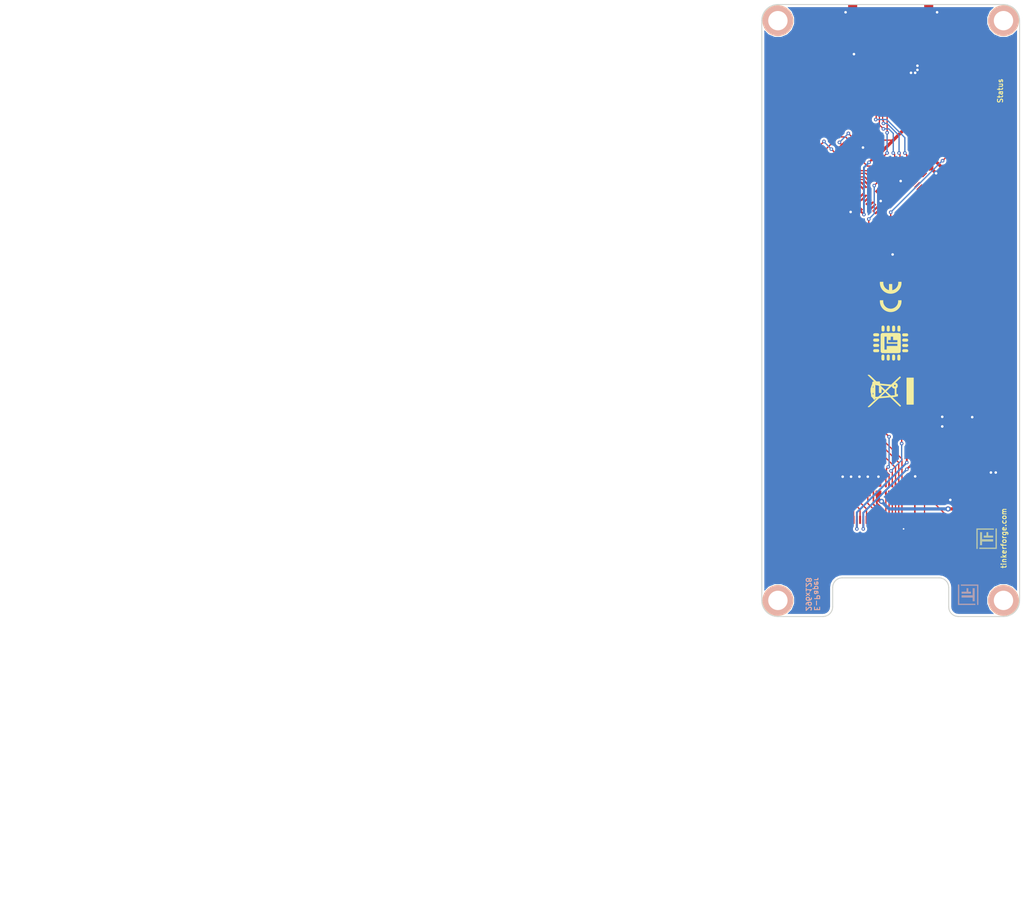
<source format=kicad_pcb>
(kicad_pcb (version 20221018) (generator pcbnew)
  (layers (0 "F.Cu" signal) (31 "B.Cu" signal) (34 "B.Paste" user) (35 "F.Paste" user) (36 "B.SilkS" user "B.Silkscreen") (37 "F.SilkS" user "F.Silkscreen") (38 "B.Mask" user) (39 "F.Mask" user) (44 "Edge.Cuts" user))
  (net 0 "")
  (net 1 "Net-(C1-Pad2)")
  (net 2 "GND")
  (net 3 "VGH")
  (net 4 "VCI")
  (net 5 "VGL")
  (net 6 "Net-(C7-Pad2)")
  (net 7 "Net-(C9-Pad1)")
  (net 8 "Net-(C10-Pad1)")
  (net 9 "Net-(C11-Pad1)")
  (net 10 "Net-(C15-Pad1)")
  (net 11 "Net-(C16-Pad1)")
  (net 12 "Net-(D1-Pad2)")
  (net 13 "Net-(P1-Pad4)")
  (net 14 "Net-(P1-Pad5)")
  (net 15 "Net-(P1-Pad6)")
  (net 16 "Net-(P4-Pad2)")
  (net 17 "Net-(P5-Pad1)")
  (net 18 "RESE")
  (net 19 "GDR")
  (net 20 "Net-(R2-Pad1)")
  (net 21 "S-MISO")
  (net 22 "S-MOSI")
  (net 23 "S-CLK")
  (net 24 "S-CS")
  (net 25 "TSCL")
  (net 26 "TSDA")
  (net 27 "CS#")
  (net 28 "CLK")
  (net 29 "MISO_MOSI")
  (net 30 "BUSY")
  (net 31 "RES#")
  (net 32 "DC#")
  (net 33 "+VSW")
  (net 34 "3V3")
  (net 35 "Net-(RP101-Pad1)")
  (net 36 "Net-(RP101-Pad2)")
  (net 37 "Net-(RP101-Pad3)")
  (net 38 "Net-(RP101-Pad4)")
  (footprint "kicad-libraries:C0402F" (layer "F.Cu") (at 146.25 65.2)
    (fp_text reference "C1")
    (fp_text value "220pF")
  )
  (footprint "kicad-libraries:C0603F" (layer "F.Cu") (at 159.45 123.75 -90)
    (fp_text reference "C2")
    (fp_text value "1uF")
  )
  (footprint "kicad-libraries:C0805" (layer "F.Cu") (at 153.00076 65.5 180)
    (fp_text reference "C3")
    (fp_text value "10uF")
  )
  (footprint "kicad-libraries:C0603F" (layer "F.Cu") (at 153.25 67.5 180)
    (fp_text reference "C4")
    (fp_text value "1uF")
  )
  (footprint "kicad-libraries:C0603F" (layer "F.Cu") (at 159.45 120.75 90)
    (fp_text reference "C5")
    (fp_text value "1uF")
  )
  (footprint "kicad-libraries:C0603F" (layer "F.Cu") (at 147.45 80.95 -45)
    (fp_text reference "C6")
    (fp_text value "100nF")
  )
  (footprint "kicad-libraries:C0603F" (layer "F.Cu") (at 146.95 132.65 -90)
    (fp_text reference "C7")
    (fp_text value "1uF/10V")
  )
  (footprint "kicad-libraries:C0603F" (layer "F.Cu") (at 148.6 132.65 90)
    (fp_text reference "C8")
    (fp_text value "4,7uF/10V")
  )
  (footprint "kicad-libraries:C0603F" (layer "F.Cu") (at 145.65 132.65 90)
    (fp_text reference "C10")
    (fp_text value "1uF/25V")
  )
  (footprint "kicad-libraries:C0603F" (layer "F.Cu") (at 154.25 132.65 90)
    (fp_text reference "C11")
    (fp_text value "1uF/25V")
  )
  (footprint "kicad-libraries:C0603F" (layer "F.Cu") (at 145.05 88.8 -45)
    (fp_text reference "C13")
    (fp_text value "100nF")
  )
  (footprint "kicad-libraries:C0603F" (layer "F.Cu") (at 144.35 132.65 90)
    (fp_text reference "C15")
    (fp_text value "1uF/25V")
  )
  (footprint "kicad-libraries:C0603F" (layer "F.Cu") (at 143.05 132.65 90)
    (fp_text reference "C16")
    (fp_text value "0,47uF/25V")
  )
  (footprint "kicad-libraries:C0603F" (layer "F.Cu") (at 164.85 131.95 90)
    (fp_text reference "C17")
    (fp_text value "1uF")
  )
  (footprint "kicad-libraries:D0603F" (layer "F.Cu") (at 169 70.9 -90)
    (fp_text reference "D1")
    (fp_text value "blue")
  )
  (footprint "kicad-libraries:SOD-123" (layer "F.Cu") (at 161.3 124.25 -90)
    (fp_text reference "D2")
    (fp_text value "B0520LW")
  )
  (footprint "kicad-libraries:SOD-123" (layer "F.Cu") (at 159.45 128.2 90)
    (fp_text reference "D3")
    (fp_text value "B0520LW")
  )
  (footprint "kicad-libraries:SOD-123" (layer "F.Cu") (at 163.15 124.25 90)
    (fp_text reference "D4")
    (fp_text value "B0520LW")
  )
  (footprint "NRH3015" (layer "F.Cu") (at 162.4 131.95)
    (fp_text reference "L1")
    (fp_text value "NR3015T4R7M")
  )
  (footprint "kicad-libraries:CON-SENSOR2" (layer "F.Cu") (at 150.5 57.5 180)
    (fp_text reference "P1")
    (fp_text value "CON-SENSOR")
  )
  (footprint "kicad-libraries:DEBUG_PAD" (layer "F.Cu") (at 153.05 95.15 -90)
    (fp_text reference "P5")
    (fp_text value "DEBUG")
  )
  (footprint "kicad-libraries:SOT23GDS" (layer "F.Cu") (at 158.4 131.949999 90)
    (fp_text reference "Q1")
    (fp_text value "2N7002P")
  )
  (footprint "kicad-libraries:R0603F" (layer "F.Cu") (at 158.15 134.4)
    (fp_text reference "R1")
    (fp_text value "2,2")
  )
  (footprint "kicad-libraries:R0603F" (layer "F.Cu") (at 169 74.1 90)
    (fp_text reference "R2")
    (fp_text value "1k")
  )
  (footprint "kicad-libraries:4X0402" (layer "F.Cu") (at 149 65.75 180)
    (fp_text reference "RP1")
    (fp_text value "82")
  )
  (footprint "kicad-libraries:4X0402" (layer "F.Cu") (at 143.75 80.1 -135)
    (fp_text reference "RP2")
    (fp_text value "4,7k")
  )
  (footprint "kicad-libraries:QFN48-EP2" (layer "F.Cu") (at 150.5 86.5 45)
    (fp_text reference "U1")
    (fp_text value "XMC1404")
  )
  (footprint "kicad-libraries:DRILL_NP" (layer "F.Cu") (at 133 150 -90)
    (fp_text reference "U4" hide)
    (fp_text value "DRILL" hide)
  )
  (footprint "kicad-libraries:DRILL_NP" (layer "F.Cu") (at 168 150 -90)
    (fp_text reference "U5" hide)
    (fp_text value "DRILL" hide)
  )
  (footprint "kicad-libraries:DRILL_NP" (layer "F.Cu") (at 133 60 -90)
    (fp_text reference "U6" hide)
    (fp_text value "DRILL" hide)
  )
  (footprint "kicad-libraries:DRILL_NP" (layer "F.Cu") (at 168 60 -90)
    (fp_text reference "U7" hide)
    (fp_text value "DRILL" hide)
  )
  (footprint "kicad-libraries:ER-CON24HT-1" (layer "F.Cu") (at 150.5 137.5)
    (fp_text reference "U2")
    (fp_text value "Con24HT")
  )
  (footprint "kicad-libraries:C0603F" (layer "F.Cu") (at 156.03033 82.18033 135)
    (fp_text reference "C14")
    (fp_text value "220nF")
  )
  (footprint "kicad-libraries:C0603F" (layer "F.Cu") (at 154.98033 83.18033 135)
    (fp_text reference "C12")
    (fp_text value "100nF")
  )
  (footprint "kicad-libraries:C0603F" (layer "F.Cu") (at 161.3 128.6 -90)
    (fp_text reference "C9")
    (fp_text value "1uF")
  )
  (footprint "kicad-libraries:R0603F" (layer "F.Cu") (at 168.15 131.95 -90)
    (fp_text reference "L2")
    (fp_text value "FB")
  )
  (footprint "kicad-libraries:CE_5mm" (layer "F.Cu") (at 150.5 102.85 90)
    (fp_text reference "VAL" hide)
    (fp_text value "CE_5mm" hide)
  )
  (footprint "kicad-libraries:C0805E" (layer "F.Cu") (at 166.5 131.95 90)
    (fp_text reference "C18")
    (fp_text value "10uF")
  )
  (footprint "kicad-libraries:SolderJumper" (layer "F.Cu") (at 150.8 95.175 90)
    (fp_text reference "P4")
    (fp_text value "BOOT")
  )
  (footprint "kicad-libraries:WEEE_7mm" (layer "F.Cu") (at 150.5 117.5 90)
    (fp_text reference "VAL" hide)
    (fp_text value "WEEE_7mm" hide)
  )
  (footprint "kicad-libraries:Logo_CoMCU" (layer "F.Cu") (at 150.5 110.05 90)
    (fp_text reference "G***" hide)
    (fp_text value "LOGO" hide)
  )
  (footprint "kicad-libraries:4X0402" (layer "F.Cu") (at 150.5 132.7)
    (fp_text reference "RP101")
    (fp_text value "220")
  )
  (footprint "kicad-libraries:Fiducial_Mark" (layer "F.Cu") (at 163.5 64.5 -90)
    (fp_text reference "Fiducial_Mark" hide)
    (fp_text value "VAL**" hide)
  )
  (footprint "kicad-libraries:Fiducial_Mark" (layer "F.Cu") (at 137.5 64.5 -90)
    (fp_text reference "Fiducial_Mark" hide)
    (fp_text value "VAL**" hide)
  )
  (footprint "kicad-libraries:Fiducial_Mark" (layer "F.Cu") (at 137.5 145.5 -90)
    (fp_text reference "Fiducial_Mark" hide)
    (fp_text value "VAL**" hide)
  )
  (footprint "kicad-libraries:Fiducial_Mark" (layer "F.Cu") (at 160.5 145.5 -90)
    (fp_text reference "Fiducial_Mark" hide)
    (fp_text value "VAL**" hide)
  )
  (footprint "kicad-libraries:Logo_31x31" (layer "F.Cu") (at 163.8 142 90)
    (fp_text reference "G***" hide)
    (fp_text value "Logo_31x31" hide)
  )
  (footprint "kicad-libraries:Logo_31x31" (layer "B.Cu") (at 164.1 150.7 90)
    (fp_text reference "G***" hide)
    (fp_text value "Logo_31x31" hide)
  )
  (footprint "kicad-libraries:E-Paper-296x128" (layer "B.Cu") (at 150.5 105 -90)
    (fp_text reference "REF**")
    (fp_text value "E-Paper-296x128")
  )
  (gr_arc (start 141.5 148) (mid 141.93934 146.93934) (end 143 146.5) (stroke (width 0.15)) (layer "Edge.Cuts"))
  (gr_line (start 158 146.5) (end 143 146.5) (stroke (width 0.15)) (layer "Edge.Cuts"))
  (gr_arc (start 130.5 60) (mid 131.232233 58.232233) (end 133 57.5) (stroke (width 0.15)) (layer "Edge.Cuts"))
  (gr_arc (start 133 152.5) (mid 131.232233 151.767767) (end 130.5 150) (stroke (width 0.15)) (layer "Edge.Cuts"))
  (gr_arc (start 158 146.5) (mid 159.06066 146.93934) (end 159.5 148) (stroke (width 0.15)) (layer "Edge.Cuts"))
  (gr_line (start 133 152.5) (end 140 152.5) (stroke (width 0.15)) (layer "Edge.Cuts"))
  (gr_line (start 130.5 60) (end 130.5 150) (stroke (width 0.15)) (layer "Edge.Cuts"))
  (gr_line (start 141.5 151) (end 141.5 148) (stroke (width 0.15)) (layer "Edge.Cuts"))
  (gr_arc (start 141.5 151) (mid 141.06066 152.06066) (end 140 152.5) (stroke (width 0.15)) (layer "Edge.Cuts"))
  (gr_line (start 133 57.5) (end 168 57.5) (stroke (width 0.15)) (layer "Edge.Cuts"))
  (gr_arc (start 161 152.5) (mid 159.93934 152.06066) (end 159.5 151) (stroke (width 0.15)) (layer "Edge.Cuts"))
  (gr_line (start 159.5 151) (end 159.5 148) (stroke (width 0.15)) (layer "Edge.Cuts"))
  (gr_line (start 170.5 150) (end 170.5 60) (stroke (width 0.15)) (layer "Edge.Cuts"))
  (gr_arc (start 170.5 150) (mid 169.767767 151.767767) (end 168 152.5) (stroke (width 0.15)) (layer "Edge.Cuts"))
  (gr_arc (start 168 57.5) (mid 169.767767 58.232233) (end 170.5 60) (stroke (width 0.15)) (layer "Edge.Cuts"))
  (gr_line (start 161 152.5) (end 168 152.5) (stroke (width 0.15)) (layer "Edge.Cuts"))
  (gr_text "E-Paper\n296x128" (at 138.4 149.05 -90) (layer "B.SilkS") (effects (font (size 0.8 0.8)) (justify mirror)))
  (gr_text "tinkerforge.com" (at 168.05 140.35 90) (layer "F.SilkS") (effects (font (size 0.8 0.8))))
  (gr_text "Status" (at 167.5 70.9 90) (layer "F.SilkS") (effects (font (size 0.8 0.8))))
  (segment (start 148.2507 65.175) (end 146.775 65.175) (width 0.2) (layer "F.Cu") (net 1))
  (segment (start 146.75 65.2) (end 146.75 62.1) (width 0.2) (layer "F.Cu") (net 1))
  (segment (start 146.775 65.175) (end 146.75 65.2) (width 0.2) (layer "F.Cu") (net 1))
  (segment (start 155.56066 83.71066) (end 156.56066 82.71066) (width 0.2) (layer "F.Cu") (net 2))
  (segment (start 155.51066 83.71066) (end 155.56066 83.71066) (width 0.2) (layer "F.Cu") (net 2))
  (segment (start 153.48382 84.57585) (end 153.483296 84.575851) (width 0.3) (layer "F.Cu") (net 2))
  (segment (start 144.51967 88.26967) (end 144.843675 88.26967) (width 0.2) (layer "F.Cu") (net 2))
  (segment (start 144.283267 88.506073) (end 144.283267 89.7) (width 0.5) (layer "F.Cu") (net 2))
  (segment (start 150.5 86.5) (end 150.45 86.5) (width 0.5) (layer "F.Cu") (net 2))
  (segment (start 146.91967 80.41967) (end 146.2 79.7) (width 0.5) (layer "F.Cu") (net 2))
  (segment (start 151.3 95.7) (end 150.8 95.7) (width 0.2) (layer "F.Cu") (net 2))
  (segment (start 153 62.1) (end 153 63.55) (width 0.5) (layer "F.Cu") (net 2))
  (segment (start 154.65 67) (end 154.65 67.65) (width 0.5) (layer "F.Cu") (net 2))
  (segment (start 145.65 131.9) (end 145.65 130.8) (width 0.5) (layer "F.Cu") (net 2))
  (segment (start 148.25 135.521764) (end 147.824999 135.096763) (width 0.25) (layer "F.Cu") (net 2))
  (segment (start 156.56066 82.71066) (end 157.544975 83.694975) (width 0.5) (layer "F.Cu") (net 2))
  (segment (start 153.48382 84.57585) (end 154.05967 84) (width 0.2) (layer "F.Cu") (net 2))
  (segment (start 159.45 123) (end 158.5 123) (width 0.5) (layer "F.Cu") (net 2))
  (segment (start 159.45 121.5) (end 158.5 121.5) (width 0.5) (layer "F.Cu") (net 2))
  (segment (start 153.65 68.1) (end 153.65 67.85) (width 0.5) (layer "F.Cu") (net 2))
  (segment (start 150.45 86.5) (end 148.95 88) (width 0.5) (layer "F.Cu") (net 2))
  (segment (start 166.2 131.4) (end 166.65 130.95) (width 0.5) (layer "F.Cu") (net 2))
  (segment (start 150.359998 95.675) (end 150.25 95.565002) (width 0.2) (layer "F.Cu") (net 2))
  (segment (start 154.00152 64.55152) (end 154.00152 65.5) (width 0.5) (layer "F.Cu") (net 2))
  (segment (start 147.824999 135.096763) (end 147.824999 132.275001) (width 0.25) (layer "F.Cu") (net 2))
  (segment (start 147.824999 132.275001) (end 148.2 131.9) (width 0.25) (layer "F.Cu") (net 2))
  (segment (start 150.8 95.675) (end 150.8 96.3) (width 0.3) (layer "F.Cu") (net 2))
  (segment (start 166.5 130.6) (end 166.05 130.15) (width 0.5) (layer "F.Cu") (net 2))
  (segment (start 144.843675 88.26967) (end 146.004484 87.108861) (width 0.2) (layer "F.Cu") (net 2))
  (segment (start 156.4 58.7) (end 157.700018 58.7) (width 0.5) (layer "F.Cu") (net 2))
  (segment (start 166.5 131) (end 165.05 131) (width 0.5) (layer "F.Cu") (net 2))
  (segment (start 154.00152 65.5) (end 154.00152 67.49848) (width 0.5) (layer "F.Cu") (net 2))
  (segment (start 154.15 67.5) (end 154.65 67) (width 0.5) (layer "F.Cu") (net 2))
  (segment (start 148.25 137.5) (end 148.25 135.521764) (width 0.25) (layer "F.Cu") (net 2))
  (segment (start 150.8 95.675) (end 150.359998 95.675) (width 0.2) (layer "F.Cu") (net 2))
  (segment (start 154.25 131.9) (end 154.25 130.8) (width 0.25) (layer "F.Cu") (net 2))
  (segment (start 154.65 67.65) (end 154.65 67.75) (width 0.5) (layer "F.Cu") (net 2))
  (segment (start 146.95 131.9) (end 146.95 130.8) (width 0.5) (layer "F.Cu") (net 2))
  (segment (start 152.75 138.65) (end 152.5 138.9) (width 0.25) (layer "F.Cu") (net 2))
  (segment (start 154.65 67.75) (end 154.3 68.1) (width 0.5) (layer "F.Cu") (net 2))
  (segment (start 158.9 134.4) (end 159.75 134.4) (width 0.5) (layer "F.Cu") (net 2))
  (segment (start 166.5 130.45) (end 166.8 130.15) (width 0.5) (layer "F.Cu") (net 2))
  (segment (start 154.00152 67.49848) (end 154 67.5) (width 0.5) (layer "F.Cu") (net 2))
  (segment (start 153 63.55) (end 154.00152 64.55152) (width 0.5) (layer "F.Cu") (net 2))
  (segment (start 150.25 95.565002) (end 150.25 95.4) (width 0.2) (layer "F.Cu") (net 2))
  (segment (start 152.75 137.5) (end 152.75 138.65) (width 0.25) (layer "F.Cu") (net 2))
  (segment (start 144.51967 88.26967) (end 144.283267 88.506073) (width 0.5) (layer "F.Cu") (net 2))
  (segment (start 148.6 131.9) (end 148.6 130.8) (width 0.5) (layer "F.Cu") (net 2))
  (segment (start 152.050009 84.949991) (end 152.050009 84.899991) (width 0.5) (layer "F.Cu") (net 2))
  (segment (start 165.05 131) (end 164.85 131.2) (width 0.5) (layer "F.Cu") (net 2))
  (segment (start 153.65 67.85) (end 154 67.5) (width 0.5) (layer "F.Cu") (net 2))
  (segment (start 163.15 122.40088) (end 163.15 121.55) (width 0.5) (layer "F.Cu") (net 2))
  (segment (start 154.25 130.8) (end 154.3 130.75) (width 0.25) (layer "F.Cu") (net 2))
  (segment (start 151.075 95.675) (end 151.124999 95.625001) (width 0.2) (layer "F.Cu") (net 2))
  (segment (start 143.05 131.9) (end 143.05 130.8) (width 0.5) (layer "F.Cu") (net 2))
  (segment (start 150.8 95.7) (end 150.3 95.7) (width 0.2) (layer "F.Cu") (net 2))
  (segment (start 148.2 131.9) (end 148.6 131.9) (width 0.25) (layer "F.Cu") (net 2))
  (segment (start 155.22132 84) (end 155.51066 83.71066) (width 0.2) (layer "F.Cu") (net 2))
  (segment (start 166.5 131) (end 166.5 130.6) (width 0.5) (layer "F.Cu") (net 2))
  (segment (start 159.45 121.5) (end 159.45 123) (width 0.5) (layer "F.Cu") (net 2))
  (segment (start 154.2 131.9) (end 154.3 131.8) (width 0.5) (layer "F.Cu") (net 2))
  (segment (start 154.3 68.1) (end 153.65 68.1) (width 0.5) (layer "F.Cu") (net 2))
  (segment (start 150.8 95.675) (end 151.075 95.675) (width 0.2) (layer "F.Cu") (net 2))
  (segment (start 150.5 86.5) (end 152.050009 84.949991) (width 0.5) (layer "F.Cu") (net 2))
  (segment (start 166.5 131) (end 166.5 130.45) (width 0.5) (layer "F.Cu") (net 2))
  (segment (start 166.65 130.95) (end 166.65 130.45) (width 0.5) (layer "F.Cu") (net 2))
  (segment (start 154 67.5) (end 154.15 67.5) (width 0.5) (layer "F.Cu") (net 2))
  (segment (start 154.05967 84) (end 155.22132 84) (width 0.2) (layer "F.Cu") (net 2))
  (segment (start 144.6 58.7) (end 143.499994 58.7) (width 0.5) (layer "F.Cu") (net 2))
  (segment (start 145.75 65.2) (end 144.799992 65.2) (width 0.5) (layer "F.Cu") (net 2))
  (segment (start 151.35 95.65) (end 151.3 95.7) (width 0.2) (layer "F.Cu") (net 2))
  (segment (start 144.35 131.9) (end 144.35 130.8) (width 0.5) (layer "F.Cu") (net 2))
  (segment (start 151.35 95.4) (end 151.35 95.65) (width 0.2) (layer "F.Cu") (net 2))
  (via (at 144.35 130.8) (size 0.8) (drill 0.4) (layers "F.Cu" "B.Cu") (net 2))
  (via (at 154.65 67) (size 0.8) (drill 0.4) (layers "F.Cu" "B.Cu") (net 2))
  (via (at 157.700018 58.7) (size 0.8) (drill 0.4) (layers "F.Cu" "B.Cu") (net 2))
  (via (at 163.15 121.55) (size 0.8) (drill 0.4) (layers "F.Cu" "B.Cu") (net 2))
  (via (at 143.499994 58.7) (size 0.8) (drill 0.4) (layers "F.Cu" "B.Cu") (net 2))
  (via (at 166.05 130.15) (size 0.8) (drill 0.4) (layers "F.Cu" "B.Cu") (net 2))
  (via (at 157.544975 83.694975) (size 0.8) (drill 0.4) (layers "F.Cu" "B.Cu") (net 2))
  (via (at 146.2 79.7) (size 0.8) (drill 0.4) (layers "F.Cu" "B.Cu") (net 2))
  (via (at 144.283267 89.7) (size 0.8) (drill 0.4) (layers "F.Cu" "B.Cu") (net 2))
  (via (at 154.65 67.65) (size 0.8) (drill 0.4) (layers "F.Cu" "B.Cu") (net 2))
  (via (at 145.65 130.8) (size 0.8) (drill 0.4) (layers "F.Cu" "B.Cu") (net 2))
  (via (at 148.6 130.8) (size 0.8) (drill 0.4) (layers "F.Cu" "B.Cu") (net 2))
  (via (at 152.5 138.9) (size 0.55) (drill 0.25) (layers "F.Cu" "B.Cu") (net 2))
  (via (at 154.3 68.1) (size 0.8) (drill 0.4) (layers "F.Cu" "B.Cu") (net 2))
  (via (at 166.8 130.15) (size 0.8) (drill 0.4) (layers "F.Cu" "B.Cu") (net 2))
  (via (at 144.799992 65.2) (size 0.8) (drill 0.4) (layers "F.Cu" "B.Cu") (net 2))
  (via (at 153.65 68.1) (size 0.8) (drill 0.4) (layers "F.Cu" "B.Cu") (net 2))
  (via (at 152.050009 84.899991) (size 0.8) (drill 0.4) (layers "F.Cu" "B.Cu") (net 2))
  (via (at 150.8 96.3) (size 0.8) (drill 0.4) (layers "F.Cu" "B.Cu") (net 2))
  (via (at 158.5 123) (size 0.8) (drill 0.4) (layers "F.Cu" "B.Cu") (net 2))
  (via (at 146.95 130.8) (size 0.8) (drill 0.4) (layers "F.Cu" "B.Cu") (net 2))
  (via (at 143.05 130.8) (size 0.8) (drill 0.4) (layers "F.Cu" "B.Cu") (net 2))
  (via (at 154.3 130.75) (size 0.8) (drill 0.4) (layers "F.Cu" "B.Cu") (net 2))
  (via (at 159.75 134.4) (size 0.8) (drill 0.4) (layers "F.Cu" "B.Cu") (net 2))
  (via (at 158.5 121.5) (size 0.8) (drill 0.4) (layers "F.Cu" "B.Cu") (net 2))
  (via (at 148.95 88) (size 0.8) (drill 0.4) (layers "F.Cu" "B.Cu") (net 2))
  (segment (start 158.79948 126.35088) (end 159.45 126.35088) (width 0.3) (layer "F.Cu") (net 3))
  (segment (start 146.25 137.5) (end 146.25 138.9) (width 0.3) (layer "F.Cu") (net 3))
  (segment (start 159.45 126.35088) (end 159.45 124.5) (width 0.5) (layer "F.Cu") (net 3))
  (segment (start 153 129.65) (end 156.29912 126.35088) (width 0.3) (layer "F.Cu") (net 3))
  (segment (start 156.29912 126.35088) (end 158.79948 126.35088) (width 0.3) (layer "F.Cu") (net 3))
  (via (at 153 129.65) (size 0.55) (drill 0.25) (layers "F.Cu" "B.Cu") (net 3))
  (via (at 146.25 138.9) (size 0.55) (drill 0.25) (layers "F.Cu" "B.Cu") (net 3))
  (segment (start 146.25 136.4) (end 152.725001 129.924999) (width 0.3) (layer "B.Cu") (net 3))
  (segment (start 146.25 138.9) (end 146.25 136.4) (width 0.3) (layer "B.Cu") (net 3))
  (segment (start 152.725001 129.924999) (end 153 129.65) (width 0.3) (layer "B.Cu") (net 3))
  (segment (start 148.6 135.2) (end 148.35 134.95) (width 0.3) (layer "F.Cu") (net 4))
  (segment (start 164.85 132.7) (end 164.24982 132.7) (width 0.5) (layer "F.Cu") (net 4))
  (segment (start 167.95 132.9) (end 168.15 132.7) (width 0.5) (layer "F.Cu") (net 4))
  (segment (start 148.6 134.35) (end 148.880338 134.630338) (width 0.5) (layer "F.Cu") (net 4))
  (segment (start 148.6 133.4) (end 148.7 133.4) (width 0.2) (layer "F.Cu") (net 4))
  (segment (start 149.25 137.5) (end 149.25 135.85) (width 0.3) (layer "F.Cu") (net 4))
  (segment (start 148.75 137.5) (end 148.75 135.35) (width 0.3) (layer "F.Cu") (net 4))
  (segment (start 148.6 133.4) (end 148.6 134.35) (width 0.5) (layer "F.Cu") (net 4))
  (segment (start 164.85 132.7) (end 166.3 132.7) (width 0.5) (layer "F.Cu") (net 4))
  (segment (start 148.880338 134.630338) (end 149.080338 134.630338) (width 0.5) (layer "F.Cu") (net 4))
  (segment (start 162.7 135.8) (end 164.85 133.65) (width 0.5) (layer "F.Cu") (net 4))
  (segment (start 164.24982 132.7) (end 163.49982 131.95) (width 0.5) (layer "F.Cu") (net 4))
  (segment (start 166.5 132.9) (end 167.95 132.9) (width 0.5) (layer "F.Cu") (net 4))
  (segment (start 166.3 132.7) (end 166.5 132.9) (width 0.5) (layer "F.Cu") (net 4))
  (segment (start 166.7 132.8) (end 166.65 132.85) (width 0.5) (layer "F.Cu") (net 4))
  (segment (start 159.4 135.8) (end 162.7 135.8) (width 0.5) (layer "F.Cu") (net 4))
  (segment (start 148.35 134.95) (end 148.35 133.65) (width 0.3) (layer "F.Cu") (net 4))
  (segment (start 149.25 135.85) (end 148.6 135.2) (width 0.3) (layer "F.Cu") (net 4))
  (segment (start 148.75 135.35) (end 148.6 135.2) (width 0.3) (layer "F.Cu") (net 4))
  (segment (start 148.35 133.65) (end 148.6 133.4) (width 0.3) (layer "F.Cu") (net 4))
  (segment (start 163.45 131.99982) (end 163.49982 131.95) (width 0.2) (layer "F.Cu") (net 4))
  (segment (start 164.85 133.65) (end 164.85 132.7) (width 0.5) (layer "F.Cu") (net 4))
  (via (at 149.080338 134.630338) (size 0.8) (drill 0.4) (layers "F.Cu" "B.Cu") (net 4))
  (via (at 159.4 135.8) (size 0.8) (drill 0.4) (layers "F.Cu" "B.Cu") (net 4))
  (segment (start 159.4 135.8) (end 150.25 135.8) (width 0.5) (layer "B.Cu") (net 4))
  (segment (start 150.25 135.8) (end 149.480337 135.030337) (width 0.5) (layer "B.Cu") (net 4))
  (segment (start 149.480337 135.030337) (end 149.080338 134.630338) (width 0.5) (layer "B.Cu") (net 4))
  (segment (start 161.3 122.40088) (end 161.3 120.9) (width 0.5) (layer "F.Cu") (net 5))
  (segment (start 161.3 120.9) (end 160.4 120) (width 0.5) (layer "F.Cu") (net 5))
  (segment (start 153 128.6) (end 153 125.7) (width 0.3) (layer "F.Cu") (net 5))
  (segment (start 145.25 137.5) (end 145.25 138.9) (width 0.3) (layer "F.Cu") (net 5))
  (segment (start 158.7 120) (end 159.45 120) (width 0.3) (layer "F.Cu") (net 5))
  (segment (start 160.4 120) (end 159.45 120) (width 0.5) (layer "F.Cu") (net 5))
  (segment (start 153 125.7) (end 158.7 120) (width 0.3) (layer "F.Cu") (net 5))
  (via (at 153 128.6) (size 0.55) (drill 0.25) (layers "F.Cu" "B.Cu") (net 5))
  (via (at 145.25 138.9) (size 0.55) (drill 0.25) (layers "F.Cu" "B.Cu") (net 5))
  (segment (start 145.25 136.35) (end 152.725001 128.874999) (width 0.3) (layer "B.Cu") (net 5))
  (segment (start 152.725001 128.874999) (end 153 128.6) (width 0.3) (layer "B.Cu") (net 5))
  (segment (start 145.25 138.9) (end 145.25 136.35) (width 0.3) (layer "B.Cu") (net 5))
  (segment (start 146.95 133.4) (end 146.95 134.95) (width 0.2) (layer "F.Cu") (net 6))
  (segment (start 146.95 134.95) (end 147.75 135.75) (width 0.2) (layer "F.Cu") (net 6))
  (segment (start 147.75 135.75) (end 147.75 137.5) (width 0.2) (layer "F.Cu") (net 6))
  (segment (start 161.3 126.09912) (end 163.15 126.09912) (width 0.5) (layer "F.Cu") (net 7))
  (segment (start 161.3 126.09912) (end 161.3 127.85) (width 0.5) (layer "F.Cu") (net 7))
  (segment (start 146.75 137.5) (end 146.75 135.8) (width 0.2) (layer "F.Cu") (net 8))
  (segment (start 145.65 134.7) (end 145.65 134.05) (width 0.2) (layer "F.Cu") (net 8))
  (segment (start 146.75 135.8) (end 145.65 134.7) (width 0.2) (layer "F.Cu") (net 8))
  (segment (start 145.65 134.05) (end 145.65 133.4) (width 0.2) (layer "F.Cu") (net 8))
  (segment (start 154.25 133.4) (end 154.25 136.625) (width 0.25) (layer "F.Cu") (net 9))
  (segment (start 154.2 133.4) (end 154.25 133.4) (width 0.25) (layer "F.Cu") (net 9))
  (segment (start 154.25 136.625) (end 154.25 137.5) (width 0.25) (layer "F.Cu") (net 9))
  (segment (start 144.35 134.5) (end 144.35 134.05) (width 0.2) (layer "F.Cu") (net 10))
  (segment (start 145.75 137.5) (end 145.75 135.9) (width 0.2) (layer "F.Cu") (net 10))
  (segment (start 145.75 135.9) (end 144.35 134.5) (width 0.2) (layer "F.Cu") (net 10))
  (segment (start 144.35 134.05) (end 144.35 133.4) (width 0.2) (layer "F.Cu") (net 10))
  (segment (start 143.05 134.05) (end 143.05 133.4) (width 0.2) (layer "F.Cu") (net 11))
  (segment (start 144.75 136) (end 143.05 134.3) (width 0.2) (layer "F.Cu") (net 11))
  (segment (start 143.05 134.3) (end 143.05 134.05) (width 0.2) (layer "F.Cu") (net 11))
  (segment (start 144.75 137.5) (end 144.75 136) (width 0.2) (layer "F.Cu") (net 11))
  (segment (start 169 73.35) (end 169 71.6) (width 0.2) (layer "F.Cu") (net 12))
  (segment (start 150.5 62.1) (end 150.5 63.6) (width 0.2) (layer "F.Cu") (net 13))
  (segment (start 149.7493 64.3507) (end 149.7493 65.175) (width 0.2) (layer "F.Cu") (net 13))
  (segment (start 150.5 63.6) (end 149.7493 64.3507) (width 0.2) (layer "F.Cu") (net 13))
  (segment (start 149.25 62.1) (end 149.25 65.17392) (width 0.2) (layer "F.Cu") (net 14))
  (segment (start 149.25 65.17392) (end 149.24892 65.175) (width 0.2) (layer "F.Cu") (net 14))
  (segment (start 148.75108 64.660518) (end 148.75108 65.175) (width 0.2) (layer "F.Cu") (net 15))
  (segment (start 148 62.1) (end 148 63.909438) (width 0.2) (layer "F.Cu") (net 15))
  (segment (start 148 63.909438) (end 148.75108 64.660518) (width 0.2) (layer "F.Cu") (net 15))
  (segment (start 150.8 94.625) (end 151.7 93.725) (width 0.2) (layer "F.Cu") (net 16))
  (segment (start 151.7 93.725) (end 151.7 91.586655) (width 0.2) (layer "F.Cu") (net 16))
  (segment (start 150.8 95.025) (end 150.8 94.625) (width 0.2) (layer "F.Cu") (net 16))
  (segment (start 151.7 91.586655) (end 151.110657 90.997312) (width 0.2) (layer "F.Cu") (net 16))
  (segment (start 153.05 91.521366) (end 151.818302 90.289668) (width 0.2) (layer "F.Cu") (net 17))
  (segment (start 153.05 95.15) (end 153.05 91.521366) (width 0.2) (layer "F.Cu") (net 17))
  (segment (start 156.4 142.05) (end 158.9 142.05) (width 0.2) (layer "F.Cu") (net 18))
  (segment (start 155.25 140.9) (end 156.4 142.05) (width 0.2) (layer "F.Cu") (net 18))
  (segment (start 158.9 142.05) (end 159.754945 141.195055) (width 0.2) (layer "F.Cu") (net 18))
  (segment (start 157.4 132.854999) (end 157.384 132.838999) (width 0.2) (layer "F.Cu") (net 18))
  (segment (start 157.4 134.4) (end 157.4 132.854999) (width 0.2) (layer "F.Cu") (net 18))
  (segment (start 159.754945 137.404945) (end 157.4 135.05) (width 0.2) (layer "F.Cu") (net 18))
  (segment (start 155.25 137.5) (end 155.25 140.9) (width 0.2) (layer "F.Cu") (net 18))
  (segment (start 159.754945 141.195055) (end 159.754945 137.404945) (width 0.2) (layer "F.Cu") (net 18))
  (segment (start 157.4 135.05) (end 157.4 134.4) (width 0.2) (layer "F.Cu") (net 18))
  (segment (start 155.75 132.037799) (end 156.7268 131.060999) (width 0.2) (layer "F.Cu") (net 19))
  (segment (start 156.7268 131.060999) (end 157.384 131.060999) (width 0.2) (layer "F.Cu") (net 19))
  (segment (start 155.75 137.5) (end 155.75 132.037799) (width 0.2) (layer "F.Cu") (net 19))
  (segment (start 169 74.85) (end 165.45 74.85) (width 0.2) (layer "F.Cu") (net 20))
  (segment (start 150.5 90.315224) (end 150.5 89.75) (width 0.2) (layer "F.Cu") (net 20))
  (segment (start 149.889343 90.925881) (end 150.5 90.315224) (width 0.2) (layer "F.Cu") (net 20))
  (segment (start 149.889343 90.925881) (end 149.889343 90.997312) (width 0.2) (layer "F.Cu") (net 20))
  (segment (start 158.55 81.75) (end 165.45 74.85) (width 0.2) (layer "F.Cu") (net 20))
  (via (at 158.55 81.75) (size 0.55) (drill 0.25) (layers "F.Cu" "B.Cu") (net 20))
  (via (at 150.5 89.75) (size 0.55) (drill 0.25) (layers "F.Cu" "B.Cu") (net 20))
  (segment (start 150.5 89.75) (end 158.5 81.75) (width 0.2) (layer "B.Cu") (net 20))
  (segment (start 158.5 81.75) (end 158.55 81.75) (width 0.2) (layer "B.Cu") (net 20))
  (segment (start 148.2507 75.27538) (end 148.17608 75.35) (width 0.2) (layer "F.Cu") (net 21))
  (segment (start 153.000768 82.939562) (end 153.000768 80.850768) (width 0.2) (layer "F.Cu") (net 21))
  (segment (start 153.000768 80.850768) (end 152.7 80.55) (width 0.2) (layer "F.Cu") (net 21))
  (segment (start 148.2507 66.325) (end 148.2507 75.27538) (width 0.2) (layer "F.Cu") (net 21))
  (segment (start 152.52415 83.41618) (end 153.000768 82.939562) (width 0.2) (layer "F.Cu") (net 21))
  (segment (start 148.17608 75.35) (end 148.2507 75.27538) (width 0.2) (layer "F.Cu") (net 21))
  (via (at 148.17608 75.35) (size 0.55) (drill 0.25) (layers "F.Cu" "B.Cu") (net 21))
  (via (at 152.7 80.55) (size 0.55) (drill 0.25) (layers "F.Cu" "B.Cu") (net 21))
  (segment (start 152.7 78.167618) (end 149.882382 75.35) (width 0.2) (layer "B.Cu") (net 21))
  (segment (start 152.7 80.55) (end 152.7 78.167618) (width 0.2) (layer "B.Cu") (net 21))
  (segment (start 149.882382 75.35) (end 148.17608 75.35) (width 0.2) (layer "B.Cu") (net 21))
  (segment (start 151.110657 80.760657) (end 150.9 80.55) (width 0.2) (layer "F.Cu") (net 22))
  (segment (start 148.75108 66.325) (end 148.75108 76.17607) (width 0.2) (layer "F.Cu") (net 22))
  (segment (start 151.110657 80.760657) (end 151.110657 82.002688) (width 0.2) (layer "F.Cu") (net 22))
  (segment (start 149.375 76.79999) (end 148.75108 76.17607) (width 0.2) (layer "F.Cu") (net 22))
  (via (at 150.9 80.55) (size 0.55) (drill 0.25) (layers "F.Cu" "B.Cu") (net 22))
  (via (at 149.375 76.79999) (size 0.55) (drill 0.25) (layers "F.Cu" "B.Cu") (net 22))
  (segment (start 150.9 80.55) (end 150.9 77.499016) (width 0.2) (layer "B.Cu") (net 22))
  (segment (start 150.9 77.499016) (end 150.200974 76.79999) (width 0.2) (layer "B.Cu") (net 22))
  (segment (start 150.200974 76.79999) (end 149.375 76.79999) (width 0.2) (layer "B.Cu") (net 22))
  (segment (start 149.24892 66.325) (end 149.24892 75.435012) (width 0.2) (layer "F.Cu") (net 23))
  (segment (start 151.941098 80.691098) (end 151.8 80.55) (width 0.2) (layer "F.Cu") (net 23))
  (segment (start 151.941098 81.879892) (end 151.46448 82.35651) (width 0.2) (layer "F.Cu") (net 23))
  (segment (start 149.375 75.95) (end 149.375 75.561092) (width 0.2) (layer "F.Cu") (net 23))
  (segment (start 151.941098 81.879892) (end 151.941098 80.691098) (width 0.2) (layer "F.Cu") (net 23))
  (segment (start 149.375 75.561092) (end 149.24892 75.435012) (width 0.2) (layer "F.Cu") (net 23))
  (segment (start 149.24892 66.85) (end 149.24892 66.325) (width 0.2) (layer "F.Cu") (net 23))
  (via (at 149.375 75.95) (size 0.55) (drill 0.25) (layers "F.Cu" "B.Cu") (net 23))
  (via (at 151.8 80.55) (size 0.55) (drill 0.25) (layers "F.Cu" "B.Cu") (net 23))
  (segment (start 151.8 80.55) (end 151.8 77.833317) (width 0.2) (layer "B.Cu") (net 23))
  (segment (start 151.8 77.833317) (end 149.916683 75.95) (width 0.2) (layer "B.Cu") (net 23))
  (segment (start 149.916683 75.95) (end 149.375 75.95) (width 0.2) (layer "B.Cu") (net 23))
  (segment (start 149.95 77.399982) (end 149.949982 77.4) (width 0.2) (layer "F.Cu") (net 24))
  (segment (start 149.75 66.3257) (end 149.7493 66.325) (width 0.2) (layer "F.Cu") (net 24))
  (segment (start 149.95 77.399982) (end 149.949982 77.4) (width 0.2) (layer "F.Cu") (net 24))
  (segment (start 149.95 77.399982) (end 149.95 67.45) (width 0.2) (layer "F.Cu") (net 24))
  (segment (start 149.75 67.25) (end 149.95 67.45) (width 0.2) (layer "F.Cu") (net 24))
  (segment (start 149.75 66.3257) (end 149.75 67.25) (width 0.2) (layer "F.Cu") (net 24))
  (segment (start 149.889343 82.002688) (end 149.4 81.513345) (width 0.2) (layer "F.Cu") (net 24))
  (segment (start 149.4 81.085966) (end 149.942983 80.542983) (width 0.2) (layer "F.Cu") (net 24))
  (segment (start 149.4 81.513345) (end 149.4 81.085966) (width 0.2) (layer "F.Cu") (net 24))
  (via (at 149.949982 77.4) (size 0.55) (drill 0.25) (layers "F.Cu" "B.Cu") (net 24))
  (via (at 149.942983 80.542983) (size 0.55) (drill 0.25) (layers "F.Cu" "B.Cu") (net 24))
  (segment (start 149.942983 80.542983) (end 149.942983 77.406999) (width 0.2) (layer "B.Cu") (net 24))
  (segment (start 149.942983 77.406999) (end 149.949982 77.4) (width 0.2) (layer "B.Cu") (net 24))
  (segment (start 143.626751 81.036422) (end 142.386422 81.036422) (width 0.2) (layer "F.Cu") (net 25))
  (segment (start 137.3 140.75) (end 137.3 81.599998) (width 0.2) (layer "F.Cu") (net 25))
  (segment (start 142.386422 81.036422) (end 141.574999 80.224999) (width 0.2) (layer "F.Cu") (net 25))
  (segment (start 148.122028 83.770002) (end 147.64541 83.293384) (width 0.2) (layer "F.Cu") (net 25))
  (segment (start 139.95 143.4) (end 137.3 140.75) (width 0.2) (layer "F.Cu") (net 25))
  (segment (start 153.75 140.85) (end 151.2 143.4) (width 0.2) (layer "F.Cu") (net 25))
  (segment (start 141.574999 80.224999) (end 141.3 79.95) (width 0.2) (layer "F.Cu") (net 25))
  (segment (start 147.64541 83.293384) (end 145.883713 83.293384) (width 0.2) (layer "F.Cu") (net 25))
  (segment (start 139.874999 79.024999) (end 140.149998 78.75) (width 0.2) (layer "F.Cu") (net 25))
  (segment (start 153.75 137.5) (end 153.75 140.85) (width 0.2) (layer "F.Cu") (net 25))
  (segment (start 143.927271 81.336942) (end 143.626751 81.036422) (width 0.2) (layer "F.Cu") (net 25))
  (segment (start 137.3 81.599998) (end 139.874999 79.024999) (width 0.2) (layer "F.Cu") (net 25))
  (segment (start 145.883713 83.293384) (end 143.927271 81.336942) (width 0.2) (layer "F.Cu") (net 25))
  (segment (start 151.2 143.4) (end 139.95 143.4) (width 0.2) (layer "F.Cu") (net 25))
  (via (at 141.3 79.95) (size 0.55) (drill 0.25) (layers "F.Cu" "B.Cu") (net 25))
  (via (at 140.149998 78.75) (size 0.55) (drill 0.25) (layers "F.Cu" "B.Cu") (net 25))
  (segment (start 140.149998 78.799998) (end 140.149998 78.75) (width 0.2) (layer "B.Cu") (net 25))
  (segment (start 141.3 79.95) (end 140.149998 78.799998) (width 0.2) (layer "B.Cu") (net 25))
  (segment (start 141.7 142.25) (end 150.5 142.25) (width 0.2) (layer "F.Cu") (net 26))
  (segment (start 150.5 142.25) (end 153.25 139.5) (width 0.2) (layer "F.Cu") (net 26))
  (segment (start 144.686422 79.238578) (end 143.497844 78.05) (width 0.2) (layer "F.Cu") (net 26))
  (segment (start 139.15 81.248996) (end 139.15 139.7) (width 0.2) (layer "F.Cu") (net 26))
  (segment (start 148.47585 83.41618) (end 147.634671 82.575001) (width 0.2) (layer "F.Cu") (net 26))
  (segment (start 153.25 139.5) (end 153.25 138.325) (width 0.2) (layer "F.Cu") (net 26))
  (segment (start 139.15 139.7) (end 141.7 142.25) (width 0.2) (layer "F.Cu") (net 26))
  (segment (start 144.686422 79.976751) (end 144.686422 79.238578) (width 0.2) (layer "F.Cu") (net 26))
  (segment (start 144.986942 80.277271) (end 144.686422 79.976751) (width 0.2) (layer "F.Cu") (net 26))
  (segment (start 146.873999 82.575001) (end 144.986942 80.687944) (width 0.2) (layer "F.Cu") (net 26))
  (segment (start 147.634671 82.575001) (end 146.873999 82.575001) (width 0.2) (layer "F.Cu") (net 26))
  (segment (start 142.348996 78.05) (end 139.15 81.248996) (width 0.2) (layer "F.Cu") (net 26))
  (segment (start 153.25 138.325) (end 153.25 137.5) (width 0.2) (layer "F.Cu") (net 26))
  (segment (start 144.986942 80.687944) (end 144.986942 80.277271) (width 0.2) (layer "F.Cu") (net 26))
  (segment (start 143.497844 78.05) (end 142.348996 78.05) (width 0.2) (layer "F.Cu") (net 26))
  (segment (start 150.74892 132.125) (end 150.75 132.12392) (width 0.2) (layer "F.Cu") (net 27))
  (segment (start 152.2 91.37901) (end 151.46448 90.64349) (width 0.2) (layer "F.Cu") (net 27))
  (segment (start 152.2 91.37901) (end 152.2 125.261092) (width 0.2) (layer "F.Cu") (net 27))
  (segment (start 150.75 130.1) (end 150.75 132.12392) (width 0.2) (layer "F.Cu") (net 27))
  (segment (start 152.2 125.261092) (end 152.2 125.65) (width 0.2) (layer "F.Cu") (net 27))
  (segment (start 150.75 130.1) (end 150.55 129.9) (width 0.2) (layer "F.Cu") (net 27))
  (via (at 150.55 129.9) (size 0.55) (drill 0.25) (layers "F.Cu" "B.Cu") (net 27))
  (via (at 152.2 125.65) (size 0.55) (drill 0.25) (layers "F.Cu" "B.Cu") (net 27))
  (segment (start 152.2 126.038908) (end 152.2 125.65) (width 0.2) (layer "B.Cu") (net 27))
  (segment (start 152.2 128.25) (end 152.2 126.038908) (width 0.2) (layer "B.Cu") (net 27))
  (segment (start 150.55 129.9) (end 152.2 128.25) (width 0.2) (layer "B.Cu") (net 27))
  (segment (start 150.25108 130.452082) (end 150.25 130.451002) (width 0.2) (layer "F.Cu") (net 28))
  (segment (start 148.24662 84.598646) (end 147.770002 84.122028) (width 0.2) (layer "F.Cu") (net 28))
  (segment (start 150.25 130.451002) (end 149.849994 130.050996) (width 0.2) (layer "F.Cu") (net 28))
  (segment (start 148.351187 85.201189) (end 148.351187 84.703213) (width 0.2) (layer "F.Cu") (net 28))
  (segment (start 148.351187 84.703213) (end 148.24662 84.598646) (width 0.2) (layer "F.Cu") (net 28))
  (segment (start 149.849994 129.550952) (end 150.124993 129.275953) (width 0.2) (layer "F.Cu") (net 28))
  (segment (start 147.951188 85.601188) (end 148.351187 85.201189) (width 0.2) (layer "F.Cu") (net 28))
  (segment (start 147.1 90.8) (end 147.1 121.45) (width 0.2) (layer "F.Cu") (net 28))
  (segment (start 147.1 121.45) (end 149.975001 124.325001) (width 0.2) (layer "F.Cu") (net 28))
  (segment (start 149.849994 130.050996) (end 149.849994 129.550952) (width 0.2) (layer "F.Cu") (net 28))
  (segment (start 150.25108 132.125) (end 150.25108 130.452082) (width 0.2) (layer "F.Cu") (net 28))
  (segment (start 147.770002 84.120002) (end 147.770002 84.122028) (width 0.2) (layer "F.Cu") (net 28))
  (segment (start 149.975001 124.325001) (end 150.25 124.6) (width 0.2) (layer "F.Cu") (net 28))
  (via (at 147.951188 85.601188) (size 0.55) (drill 0.25) (layers "F.Cu" "B.Cu") (net 28))
  (via (at 150.124993 129.275953) (size 0.55) (drill 0.25) (layers "F.Cu" "B.Cu") (net 28))
  (via (at 147.1 90.8) (size 0.55) (drill 0.25) (layers "F.Cu" "B.Cu") (net 28))
  (via (at 150.25 124.6) (size 0.55) (drill 0.25) (layers "F.Cu" "B.Cu") (net 28))
  (segment (start 147.951188 89.948812) (end 147.951188 85.601188) (width 0.2) (layer "B.Cu") (net 28))
  (segment (start 147.1 90.8) (end 147.951188 89.948812) (width 0.2) (layer "B.Cu") (net 28))
  (segment (start 150.25 124.6) (end 150.25 129.150946) (width 0.2) (layer "B.Cu") (net 28))
  (segment (start 150.25 129.150946) (end 150.124993 129.275953) (width 0.2) (layer "B.Cu") (net 28))
  (segment (start 149.7507 130.517402) (end 140.5 121.266702) (width 0.2) (layer "F.Cu") (net 29))
  (segment (start 142.3 83.7) (end 146.64033 83.7) (width 0.2) (layer "F.Cu") (net 29))
  (segment (start 146.64033 83.7) (end 146.939562 83.999232) (width 0.2) (layer "F.Cu") (net 29))
  (segment (start 149.7507 132.125) (end 149.7507 130.517402) (width 0.2) (layer "F.Cu") (net 29))
  (segment (start 140.5 85.5) (end 142.3 83.7) (width 0.2) (layer "F.Cu") (net 29))
  (segment (start 146.939562 83.999232) (end 147.41618 84.47585) (width 0.2) (layer "F.Cu") (net 29))
  (segment (start 140.5 121.266702) (end 140.5 85.5) (width 0.2) (layer "F.Cu") (net 29))
  (segment (start 145.341098 85.058902) (end 143.35 87.05) (width 0.2) (layer "F.Cu") (net 30))
  (segment (start 146 95) (end 146 121.8) (width 0.2) (layer "F.Cu") (net 30))
  (segment (start 145.879892 85.058902) (end 145.341098 85.058902) (width 0.2) (layer "F.Cu") (net 30))
  (segment (start 152.25 128.05) (end 152.25 136.675) (width 0.2) (layer "F.Cu") (net 30))
  (segment (start 143.35 92.35) (end 146 95) (width 0.2) (layer "F.Cu") (net 30))
  (segment (start 152.25 136.675) (end 152.25 137.5) (width 0.2) (layer "F.Cu") (net 30))
  (segment (start 146.35651 85.53552) (end 145.879892 85.058902) (width 0.2) (layer "F.Cu") (net 30))
  (segment (start 146 121.8) (end 152.25 128.05) (width 0.2) (layer "F.Cu") (net 30))
  (segment (start 143.35 87.05) (end 143.35 92.35) (width 0.2) (layer "F.Cu") (net 30))
  (segment (start 142.5 92.9) (end 142.5 86.5) (width 0.2) (layer "F.Cu") (net 31))
  (segment (start 145 95.4) (end 142.5 92.9) (width 0.2) (layer "F.Cu") (net 31))
  (segment (start 145 121.85) (end 145 95.4) (width 0.2) (layer "F.Cu") (net 31))
  (segment (start 142.5 86.5) (end 144.341109 84.658891) (width 0.2) (layer "F.Cu") (net 31))
  (segment (start 151.75 128.6) (end 145 121.85) (width 0.2) (layer "F.Cu") (net 31))
  (segment (start 144.341109 84.658891) (end 146.187525 84.658891) (width 0.2) (layer "F.Cu") (net 31))
  (segment (start 151.75 137.5) (end 151.75 128.6) (width 0.2) (layer "F.Cu") (net 31))
  (segment (start 146.187525 84.658891) (end 146.710332 85.181698) (width 0.2) (layer "F.Cu") (net 31))
  (segment (start 151.2493 129.380696) (end 151.25 129.381396) (width 0.2) (layer "F.Cu") (net 32))
  (segment (start 141.5 86) (end 143.24112 84.25888) (width 0.2) (layer "F.Cu") (net 32))
  (segment (start 143.6 121.731396) (end 143.6 95.415698) (width 0.2) (layer "F.Cu") (net 32))
  (segment (start 143.6 95.415698) (end 141.5 93.315698) (width 0.2) (layer "F.Cu") (net 32))
  (segment (start 141.5 93.315698) (end 141.5 86) (width 0.2) (layer "F.Cu") (net 32))
  (segment (start 143.24112 84.25888) (end 146.491566 84.25888) (width 0.2) (layer "F.Cu") (net 32))
  (segment (start 151.25 129.381396) (end 143.6 121.731396) (width 0.2) (layer "F.Cu") (net 32))
  (segment (start 147.062358 84.829672) (end 146.491566 84.25888) (width 0.2) (layer "F.Cu") (net 32))
  (segment (start 151.2493 129.380696) (end 151.2493 132.125) (width 0.2) (layer "F.Cu") (net 32))
  (segment (start 155.45 81.65) (end 154.45 82.65) (width 0.2) (layer "F.Cu") (net 34))
  (segment (start 154.45 82.65) (end 154 82.65) (width 0.2) (layer "F.Cu") (net 34))
  (segment (start 155.5 81.65) (end 155.45 81.65) (width 0.2) (layer "F.Cu") (net 34))
  (segment (start 155.7 81.45) (end 155.7 80.05) (width 0.5) (layer "F.Cu") (net 34))
  (segment (start 155.7 80.05) (end 152.5 76.85) (width 0.5) (layer "F.Cu") (net 34))
  (segment (start 142.9 79.252928) (end 143.302928 78.85) (width 0.2) (layer "F.Cu") (net 34))
  (segment (start 168.15 92.5) (end 155.7 80.05) (width 0.5) (layer "F.Cu") (net 34))
  (segment (start 147.98033 81.48033) (end 147.98033 81.508964) (width 0.2) (layer "F.Cu") (net 34))
  (segment (start 152.85 83.8) (end 154.070002 82.579998) (width 0.2) (layer "F.Cu") (net 34))
  (segment (start 152.5 75.9) (end 152.5 76.96066) (width 0.5) (layer "F.Cu") (net 34))
  (segment (start 152.5 68.15) (end 152.5 67.5) (width 0.2) (layer "F.Cu") (net 34))
  (segment (start 152 66.4) (end 152.5 66.9) (width 0.5) (layer "F.Cu") (net 34))
  (segment (start 142.9 79.25) (end 142.55 78.9) (width 0.2) (layer "F.Cu") (net 34))
  (segment (start 153.852026 83.5) (end 153.129998 84.222028) (width 0.2) (layer "F.Cu") (net 34))
  (segment (start 147.98033 81.48033) (end 148.369238 81.091422) (width 0.5) (layer "F.Cu") (net 34))
  (segment (start 155.5 81.65) (end 155.500001 82.660644) (width 0.2) (layer "F.Cu") (net 34))
  (segment (start 152.5 76.96066) (end 150.96066 78.5) (width 0.3) (layer "F.Cu") (net 34))
  (segment (start 151.75 65.25) (end 152 65.5) (width 0.5) (layer "F.Cu") (net 34))
  (segment (start 152.5 66.9) (end 152.5 67.5) (width 0.5) (layer "F.Cu") (net 34))
  (segment (start 155.500001 82.660644) (end 154.660645 83.5) (width 0.2) (layer "F.Cu") (net 34))
  (segment (start 168.15 131.2) (end 168.15 92.5) (width 0.5) (layer "F.Cu") (net 34))
  (segment (start 142.813578 80.223249) (end 142.513058 79.922729) (width 0.2) (layer "F.Cu") (net 34))
  (segment (start 150.91066 78.55) (end 152.5 76.96066) (width 0.5) (layer "F.Cu") (net 34))
  (segment (start 145.58033 89.33033) (end 145.58033 88.24066) (width 0.2) (layer "F.Cu") (net 34))
  (segment (start 152.5 75.9) (end 152.5 67.5) (width 0.5) (layer "F.Cu") (net 34))
  (segment (start 142.897072 79.252928) (end 142.9 79.252928) (width 0.2) (layer "F.Cu") (net 34))
  (segment (start 143.302928 78.85) (end 143.559671 78.85) (width 0.2) (layer "F.Cu") (net 34))
  (segment (start 147.98033 81.48033) (end 147.66967 81.48033) (width 0.3) (layer "F.Cu") (net 34))
  (segment (start 144.982024 78.55) (end 150.91066 78.55) (width 0.2) (layer "F.Cu") (net 34))
  (segment (start 154.660645 83.5) (end 153.852026 83.5) (width 0.2) (layer "F.Cu") (net 34))
  (segment (start 142.513058 79.636942) (end 142.897072 79.252928) (width 0.2) (layer "F.Cu") (net 34))
  (segment (start 155.5 81.65) (end 155.7 81.45) (width 0.5) (layer "F.Cu") (net 34))
  (segment (start 148.369238 81.091422) (end 150.91066 78.55) (width 0.5) (layer "F.Cu") (net 34))
  (segment (start 143.936564 77.50454) (end 144.982024 78.55) (width 0.2) (layer "F.Cu") (net 34))
  (segment (start 154.5 70.15) (end 169 70.15) (width 0.2) (layer "F.Cu") (net 34))
  (segment (start 152 65.5) (end 152 66.4) (width 0.5) (layer "F.Cu") (net 34))
  (segment (start 154.5 70.15) (end 152.5 68.15) (width 0.2) (layer "F.Cu") (net 34))
  (segment (start 151.75 62.1) (end 151.75 65.25) (width 0.5) (layer "F.Cu") (net 34))
  (segment (start 145.58033 88.24066) (end 146.35651 87.46448) (width 0.2) (layer "F.Cu") (net 34))
  (segment (start 146.35 90.1) (end 145.58033 89.33033) (width 0.3) (layer "F.Cu") (net 34))
  (segment (start 142.513058 79.922729) (end 142.513058 79.636942) (width 0.2) (layer "F.Cu") (net 34))
  (segment (start 142.9 79.252928) (end 142.9 79.25) (width 0.2) (layer "F.Cu") (net 34))
  (segment (start 150.96066 78.5) (end 147.98033 81.48033) (width 0.3) (layer "F.Cu") (net 34))
  (segment (start 147.98033 81.508964) (end 149.181698 82.710332) (width 0.2) (layer "F.Cu") (net 34))
  (segment (start 143.559671 78.85) (end 143.873249 79.163578) (width 0.2) (layer "F.Cu") (net 34))
  (segment (start 152.5 76.85) (end 152.5 75.9) (width 0.5) (layer "F.Cu") (net 34))
  (segment (start 147.66967 81.48033) (end 147.15 82) (width 0.3) (layer "F.Cu") (net 34))
  (via (at 143.936564 77.50454) (size 0.55) (drill 0.25) (layers "F.Cu" "B.Cu") (net 34))
  (via (at 147.15 82) (size 0.55) (drill 0.25) (layers "F.Cu" "B.Cu") (net 34))
  (via (at 146.35 90.1) (size 0.55) (drill 0.25) (layers "F.Cu" "B.Cu") (net 34))
  (via (at 142.55 78.9) (size 0.55) (drill 0.25) (layers "F.Cu" "B.Cu") (net 34))
  (segment (start 147.15 82) (end 146.35 82.8) (width 0.3) (layer "B.Cu") (net 34))
  (segment (start 142.55 78.9) (end 142.55 78.891104) (width 0.2) (layer "B.Cu") (net 34))
  (segment (start 146.35 82.8) (end 146.35 90.1) (width 0.3) (layer "B.Cu") (net 34))
  (segment (start 142.55 78.891104) (end 143.936564 77.50454) (width 0.2) (layer "B.Cu") (net 34))
  (segment (start 149.7507 137.4993) (end 149.75 137.5) (width 0.2) (layer "F.Cu") (net 35))
  (segment (start 149.7507 133.275) (end 149.7507 137.4993) (width 0.2) (layer "F.Cu") (net 35))
  (segment (start 150.25 133.27608) (end 150.25108 133.275) (width 0.2) (layer "F.Cu") (net 36))
  (segment (start 150.25 137.5) (end 150.25 133.27608) (width 0.2) (layer "F.Cu") (net 36))
  (segment (start 150.75 133.27608) (end 150.74892 133.275) (width 0.2) (layer "F.Cu") (net 37))
  (segment (start 150.75 137.5) (end 150.75 133.27608) (width 0.2) (layer "F.Cu") (net 37))
  (segment (start 151.25 133.2757) (end 151.2493 133.275) (width 0.2) (layer "F.Cu") (net 38))
  (segment (start 151.25 137.5) (end 151.25 133.2757) (width 0.2) (layer "F.Cu") (net 38))
  (zone (net 33) (net_name "+VSW") (layer "F.Cu") (connect_pads yes (clearance 0.2)) (min_thickness 0.251) (fill yes (thermal_gap 0.2) (thermal_bridge_width 0.252))
    (polygon (pts (xy 161.75 128.9) (xy 161.75 133.3) (xy 158.95 133.3) (xy 158.95 128.9)))
  )
  (zone (net 2) (net_name "GND") (layer "B.Cu") (connect_pads (clearance 0.2)) (min_thickness 0.25) (fill yes (thermal_gap 0.15) (thermal_bridge_width 0.7))
    (polygon (pts (xy 170.5 57.5) (xy 170.5 152.5) (xy 130.5 152.5) (xy 130.5 57.5)))
  )
)
</source>
